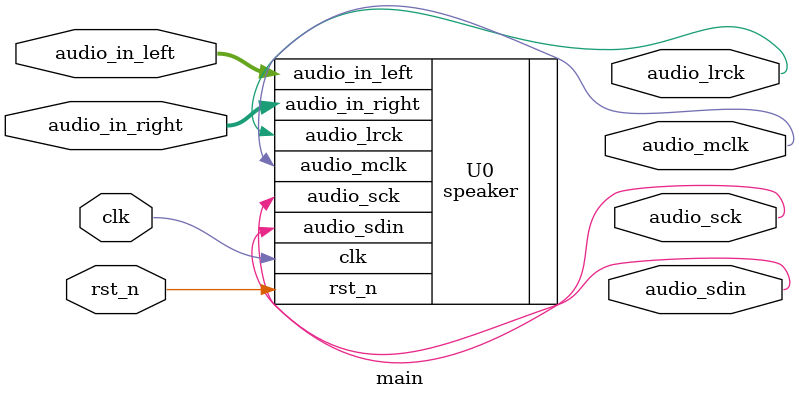
<source format=v>
module main(clk, rst_n, audio_mclk, audio_lrck, audio_sck, audio_sdin, audio_in_left, audio_in_right);
    input clk; 
    input rst_n; 
    input [15:0]audio_in_left;
    input [15:0]audio_in_right;
    output audio_mclk; 
    output audio_lrck; 
    output audio_sck; 
    output audio_sdin;
    
    speaker U0(.clk(clk), .rst_n(rst_n), .audio_mclk(audio_mclk), .audio_lrck(audio_lrck), .audio_sck(audio_sck), .audio_sdin(audio_sdin), .audio_in_right(audio_in_right), .audio_in_left(audio_in_left));
endmodule 
</source>
